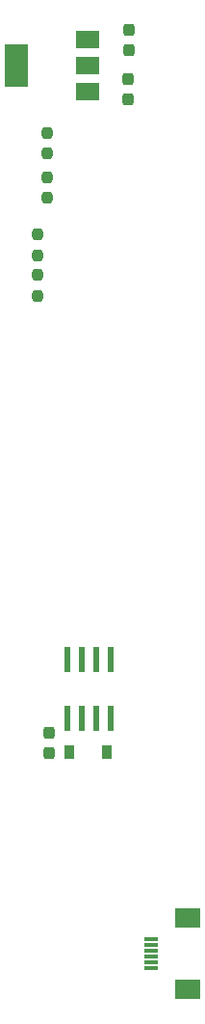
<source format=gbr>
%TF.GenerationSoftware,KiCad,Pcbnew,(6.0.1)*%
%TF.CreationDate,2023-04-08T22:05:36+08:00*%
%TF.ProjectId,Scroller Motor 1,5363726f-6c6c-4657-9220-4d6f746f7220,rev?*%
%TF.SameCoordinates,Original*%
%TF.FileFunction,Paste,Top*%
%TF.FilePolarity,Positive*%
%FSLAX46Y46*%
G04 Gerber Fmt 4.6, Leading zero omitted, Abs format (unit mm)*
G04 Created by KiCad (PCBNEW (6.0.1)) date 2023-04-08 22:05:36*
%MOMM*%
%LPD*%
G01*
G04 APERTURE LIST*
G04 Aperture macros list*
%AMRoundRect*
0 Rectangle with rounded corners*
0 $1 Rounding radius*
0 $2 $3 $4 $5 $6 $7 $8 $9 X,Y pos of 4 corners*
0 Add a 4 corners polygon primitive as box body*
4,1,4,$2,$3,$4,$5,$6,$7,$8,$9,$2,$3,0*
0 Add four circle primitives for the rounded corners*
1,1,$1+$1,$2,$3*
1,1,$1+$1,$4,$5*
1,1,$1+$1,$6,$7*
1,1,$1+$1,$8,$9*
0 Add four rect primitives between the rounded corners*
20,1,$1+$1,$2,$3,$4,$5,0*
20,1,$1+$1,$4,$5,$6,$7,0*
20,1,$1+$1,$6,$7,$8,$9,0*
20,1,$1+$1,$8,$9,$2,$3,0*%
G04 Aperture macros list end*
%ADD10R,2.200000X1.800000*%
%ADD11R,1.300000X0.300000*%
%ADD12RoundRect,0.237500X-0.237500X0.300000X-0.237500X-0.300000X0.237500X-0.300000X0.237500X0.300000X0*%
%ADD13RoundRect,0.237500X-0.237500X0.250000X-0.237500X-0.250000X0.237500X-0.250000X0.237500X0.250000X0*%
%ADD14RoundRect,0.237500X0.237500X-0.250000X0.237500X0.250000X-0.237500X0.250000X-0.237500X-0.250000X0*%
%ADD15RoundRect,0.237500X0.237500X-0.300000X0.237500X0.300000X-0.237500X0.300000X-0.237500X-0.300000X0*%
%ADD16R,2.000000X1.500000*%
%ADD17R,2.000000X3.800000*%
%ADD18R,0.600000X2.200000*%
%ADD19R,0.900000X1.200000*%
G04 APERTURE END LIST*
D10*
%TO.C,J4*%
X135700000Y-147100000D03*
X135700000Y-153400000D03*
D11*
X132450000Y-151500000D03*
X132450000Y-151000000D03*
X132450000Y-150500000D03*
X132450000Y-150000000D03*
X132450000Y-149500000D03*
X132450000Y-149000000D03*
%TD*%
D12*
%TO.C,C1*%
X130500000Y-69175000D03*
X130500000Y-70900000D03*
%TD*%
D13*
%TO.C,RM_1*%
X122500000Y-87142500D03*
X122500000Y-88967500D03*
%TD*%
D14*
%TO.C,RS_2*%
X123300000Y-80000000D03*
X123300000Y-78175000D03*
%TD*%
D15*
%TO.C,C4*%
X123500000Y-132625000D03*
X123500000Y-130900000D03*
%TD*%
D13*
%TO.C,RM_2*%
X122500000Y-90675000D03*
X122500000Y-92500000D03*
%TD*%
D14*
%TO.C,RS_1*%
X123300000Y-83900000D03*
X123300000Y-82075000D03*
%TD*%
D16*
%TO.C,AMS1*%
X126900000Y-74600000D03*
D17*
X120600000Y-72300000D03*
D16*
X126900000Y-72300000D03*
X126900000Y-70000000D03*
%TD*%
D18*
%TO.C,MT6701*%
X125095000Y-124400000D03*
X126365000Y-124400000D03*
X127635000Y-124400000D03*
X128905000Y-124400000D03*
X128905000Y-129600000D03*
X127635000Y-129600000D03*
X126365000Y-129600000D03*
X125095000Y-129600000D03*
%TD*%
D12*
%TO.C,C2*%
X130400000Y-73500000D03*
X130400000Y-75225000D03*
%TD*%
D19*
%TO.C,D1*%
X125300000Y-132600000D03*
X128600000Y-132600000D03*
%TD*%
M02*

</source>
